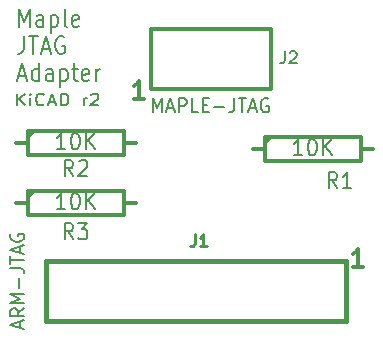
<source format=gto>
G04 (created by PCBNEW (2013-07-24 BZR 4024)-stable) date Tue 11 Feb 2014 04:10:02 PM NZDT*
%MOIN*%
G04 Gerber Fmt 3.4, Leading zero omitted, Abs format*
%FSLAX34Y34*%
G01*
G70*
G90*
G04 APERTURE LIST*
%ADD10C,0.00393701*%
%ADD11C,0.011811*%
%ADD12C,0.00708661*%
%ADD13C,0.00629921*%
%ADD14C,0.00787402*%
%ADD15C,0.012*%
%ADD16C,0.015*%
%ADD17C,0.008*%
%ADD18C,0.01*%
G04 APERTURE END LIST*
G54D10*
G54D11*
X23468Y-21039D02*
X23131Y-21039D01*
X23300Y-21039D02*
X23300Y-20448D01*
X23243Y-20532D01*
X23187Y-20589D01*
X23131Y-20617D01*
X16168Y-15439D02*
X15831Y-15439D01*
X16000Y-15439D02*
X16000Y-14848D01*
X15943Y-14932D01*
X15887Y-14989D01*
X15831Y-15017D01*
G54D12*
X16482Y-15891D02*
X16482Y-15418D01*
X16626Y-15756D01*
X16770Y-15418D01*
X16770Y-15891D01*
X16956Y-15756D02*
X17162Y-15756D01*
X16915Y-15891D02*
X17059Y-15418D01*
X17203Y-15891D01*
X17348Y-15891D02*
X17348Y-15418D01*
X17513Y-15418D01*
X17554Y-15441D01*
X17575Y-15463D01*
X17595Y-15508D01*
X17595Y-15576D01*
X17575Y-15621D01*
X17554Y-15643D01*
X17513Y-15666D01*
X17348Y-15666D01*
X17987Y-15891D02*
X17781Y-15891D01*
X17781Y-15418D01*
X18131Y-15643D02*
X18276Y-15643D01*
X18338Y-15891D02*
X18131Y-15891D01*
X18131Y-15418D01*
X18338Y-15418D01*
X18523Y-15711D02*
X18853Y-15711D01*
X19183Y-15418D02*
X19183Y-15756D01*
X19163Y-15823D01*
X19121Y-15868D01*
X19059Y-15891D01*
X19018Y-15891D01*
X19328Y-15418D02*
X19575Y-15418D01*
X19451Y-15891D02*
X19451Y-15418D01*
X19699Y-15756D02*
X19905Y-15756D01*
X19657Y-15891D02*
X19802Y-15418D01*
X19946Y-15891D01*
X20317Y-15441D02*
X20276Y-15418D01*
X20214Y-15418D01*
X20152Y-15441D01*
X20111Y-15486D01*
X20091Y-15531D01*
X20070Y-15621D01*
X20070Y-15688D01*
X20091Y-15778D01*
X20111Y-15823D01*
X20152Y-15868D01*
X20214Y-15891D01*
X20256Y-15891D01*
X20317Y-15868D01*
X20338Y-15846D01*
X20338Y-15688D01*
X20256Y-15688D01*
X12056Y-23067D02*
X12056Y-22861D01*
X12191Y-23108D02*
X11718Y-22964D01*
X12191Y-22819D01*
X12191Y-22428D02*
X11966Y-22572D01*
X12191Y-22675D02*
X11718Y-22675D01*
X11718Y-22510D01*
X11741Y-22469D01*
X11763Y-22448D01*
X11808Y-22428D01*
X11876Y-22428D01*
X11921Y-22448D01*
X11943Y-22469D01*
X11966Y-22510D01*
X11966Y-22675D01*
X12191Y-22242D02*
X11718Y-22242D01*
X12056Y-22098D01*
X11718Y-21953D01*
X12191Y-21953D01*
X12011Y-21747D02*
X12011Y-21417D01*
X11718Y-21087D02*
X12056Y-21087D01*
X12123Y-21108D01*
X12168Y-21149D01*
X12191Y-21211D01*
X12191Y-21252D01*
X11718Y-20943D02*
X11718Y-20695D01*
X12191Y-20819D02*
X11718Y-20819D01*
X12056Y-20571D02*
X12056Y-20365D01*
X12191Y-20613D02*
X11718Y-20468D01*
X12191Y-20324D01*
X11741Y-19953D02*
X11718Y-19994D01*
X11718Y-20056D01*
X11741Y-20118D01*
X11786Y-20159D01*
X11831Y-20180D01*
X11921Y-20200D01*
X11988Y-20200D01*
X12078Y-20180D01*
X12123Y-20159D01*
X12168Y-20118D01*
X12191Y-20056D01*
X12191Y-20015D01*
X12168Y-19953D01*
X12146Y-19932D01*
X11988Y-19932D01*
X11988Y-20015D01*
G54D13*
X11959Y-15659D02*
X11959Y-15265D01*
X12207Y-15659D02*
X12021Y-15434D01*
X12207Y-15265D02*
X11959Y-15490D01*
X12392Y-15659D02*
X12392Y-15396D01*
X12392Y-15265D02*
X12371Y-15284D01*
X12392Y-15303D01*
X12413Y-15284D01*
X12392Y-15265D01*
X12392Y-15303D01*
X12846Y-15621D02*
X12825Y-15640D01*
X12763Y-15659D01*
X12722Y-15659D01*
X12660Y-15640D01*
X12619Y-15603D01*
X12598Y-15565D01*
X12578Y-15490D01*
X12578Y-15434D01*
X12598Y-15359D01*
X12619Y-15321D01*
X12660Y-15284D01*
X12722Y-15265D01*
X12763Y-15265D01*
X12825Y-15284D01*
X12846Y-15303D01*
X13011Y-15546D02*
X13217Y-15546D01*
X12970Y-15659D02*
X13114Y-15265D01*
X13258Y-15659D01*
X13403Y-15659D02*
X13403Y-15265D01*
X13506Y-15265D01*
X13568Y-15284D01*
X13609Y-15321D01*
X13629Y-15359D01*
X13650Y-15434D01*
X13650Y-15490D01*
X13629Y-15565D01*
X13609Y-15603D01*
X13568Y-15640D01*
X13506Y-15659D01*
X13403Y-15659D01*
X14166Y-15659D02*
X14166Y-15396D01*
X14166Y-15471D02*
X14186Y-15434D01*
X14207Y-15415D01*
X14248Y-15396D01*
X14289Y-15396D01*
X14413Y-15303D02*
X14434Y-15284D01*
X14475Y-15265D01*
X14578Y-15265D01*
X14619Y-15284D01*
X14640Y-15303D01*
X14661Y-15340D01*
X14661Y-15378D01*
X14640Y-15434D01*
X14392Y-15659D01*
X14661Y-15659D01*
G54D14*
X12021Y-13039D02*
X12021Y-12448D01*
X12192Y-12870D01*
X12363Y-12448D01*
X12363Y-13039D01*
X12826Y-13039D02*
X12826Y-12729D01*
X12801Y-12673D01*
X12753Y-12645D01*
X12655Y-12645D01*
X12606Y-12673D01*
X12826Y-13010D02*
X12777Y-13039D01*
X12655Y-13039D01*
X12606Y-13010D01*
X12582Y-12954D01*
X12582Y-12898D01*
X12606Y-12842D01*
X12655Y-12814D01*
X12777Y-12814D01*
X12826Y-12785D01*
X13069Y-12645D02*
X13069Y-13235D01*
X13069Y-12673D02*
X13118Y-12645D01*
X13216Y-12645D01*
X13264Y-12673D01*
X13289Y-12701D01*
X13313Y-12757D01*
X13313Y-12926D01*
X13289Y-12982D01*
X13264Y-13010D01*
X13216Y-13039D01*
X13118Y-13039D01*
X13069Y-13010D01*
X13606Y-13039D02*
X13557Y-13010D01*
X13532Y-12954D01*
X13532Y-12448D01*
X13995Y-13010D02*
X13947Y-13039D01*
X13849Y-13039D01*
X13801Y-13010D01*
X13776Y-12954D01*
X13776Y-12729D01*
X13801Y-12673D01*
X13849Y-12645D01*
X13947Y-12645D01*
X13995Y-12673D01*
X14020Y-12729D01*
X14020Y-12785D01*
X13776Y-12842D01*
X12168Y-13353D02*
X12168Y-13775D01*
X12143Y-13860D01*
X12094Y-13916D01*
X12021Y-13944D01*
X11973Y-13944D01*
X12338Y-13353D02*
X12631Y-13353D01*
X12484Y-13944D02*
X12484Y-13353D01*
X12777Y-13775D02*
X13021Y-13775D01*
X12728Y-13944D02*
X12899Y-13353D01*
X13069Y-13944D01*
X13508Y-13382D02*
X13459Y-13353D01*
X13386Y-13353D01*
X13313Y-13382D01*
X13264Y-13438D01*
X13240Y-13494D01*
X13216Y-13607D01*
X13216Y-13691D01*
X13240Y-13803D01*
X13264Y-13860D01*
X13313Y-13916D01*
X13386Y-13944D01*
X13435Y-13944D01*
X13508Y-13916D01*
X13532Y-13888D01*
X13532Y-13691D01*
X13435Y-13691D01*
X11997Y-14681D02*
X12241Y-14681D01*
X11948Y-14850D02*
X12119Y-14259D01*
X12289Y-14850D01*
X12679Y-14850D02*
X12679Y-14259D01*
X12679Y-14821D02*
X12631Y-14850D01*
X12533Y-14850D01*
X12484Y-14821D01*
X12460Y-14793D01*
X12436Y-14737D01*
X12436Y-14568D01*
X12460Y-14512D01*
X12484Y-14484D01*
X12533Y-14456D01*
X12631Y-14456D01*
X12679Y-14484D01*
X13142Y-14850D02*
X13142Y-14540D01*
X13118Y-14484D01*
X13069Y-14456D01*
X12972Y-14456D01*
X12923Y-14484D01*
X13142Y-14821D02*
X13094Y-14850D01*
X12972Y-14850D01*
X12923Y-14821D01*
X12899Y-14765D01*
X12899Y-14709D01*
X12923Y-14653D01*
X12972Y-14625D01*
X13094Y-14625D01*
X13142Y-14596D01*
X13386Y-14456D02*
X13386Y-15046D01*
X13386Y-14484D02*
X13435Y-14456D01*
X13532Y-14456D01*
X13581Y-14484D01*
X13606Y-14512D01*
X13630Y-14568D01*
X13630Y-14737D01*
X13606Y-14793D01*
X13581Y-14821D01*
X13532Y-14850D01*
X13435Y-14850D01*
X13386Y-14821D01*
X13776Y-14456D02*
X13971Y-14456D01*
X13849Y-14259D02*
X13849Y-14765D01*
X13874Y-14821D01*
X13922Y-14850D01*
X13971Y-14850D01*
X14337Y-14821D02*
X14288Y-14850D01*
X14190Y-14850D01*
X14142Y-14821D01*
X14117Y-14765D01*
X14117Y-14540D01*
X14142Y-14484D01*
X14190Y-14456D01*
X14288Y-14456D01*
X14337Y-14484D01*
X14361Y-14540D01*
X14361Y-14596D01*
X14117Y-14653D01*
X14580Y-14850D02*
X14580Y-14456D01*
X14580Y-14568D02*
X14605Y-14512D01*
X14629Y-14484D01*
X14678Y-14456D01*
X14727Y-14456D01*
G54D15*
X11900Y-18900D02*
X12300Y-18900D01*
X12300Y-18900D02*
X12300Y-18500D01*
X12300Y-18500D02*
X15500Y-18500D01*
X15500Y-18500D02*
X15500Y-19300D01*
X15500Y-19300D02*
X12300Y-19300D01*
X12300Y-19300D02*
X12300Y-18900D01*
X12300Y-18700D02*
X12500Y-18500D01*
X15900Y-18900D02*
X15500Y-18900D01*
X11900Y-16900D02*
X12300Y-16900D01*
X12300Y-16900D02*
X12300Y-16500D01*
X12300Y-16500D02*
X15500Y-16500D01*
X15500Y-16500D02*
X15500Y-17300D01*
X15500Y-17300D02*
X12300Y-17300D01*
X12300Y-17300D02*
X12300Y-16900D01*
X12300Y-16700D02*
X12500Y-16500D01*
X15900Y-16900D02*
X15500Y-16900D01*
X19800Y-17100D02*
X20200Y-17100D01*
X20200Y-17100D02*
X20200Y-16700D01*
X20200Y-16700D02*
X23400Y-16700D01*
X23400Y-16700D02*
X23400Y-17500D01*
X23400Y-17500D02*
X20200Y-17500D01*
X20200Y-17500D02*
X20200Y-17100D01*
X20200Y-16900D02*
X20400Y-16700D01*
X23800Y-17100D02*
X23400Y-17100D01*
G54D16*
X22913Y-22850D02*
X22913Y-20850D01*
X22913Y-20850D02*
X12913Y-20850D01*
X12913Y-20850D02*
X12913Y-22850D01*
X12913Y-22850D02*
X22913Y-22850D01*
G54D15*
X16400Y-13100D02*
X20400Y-13100D01*
X20400Y-13100D02*
X20400Y-15100D01*
X20400Y-15100D02*
X16400Y-15100D01*
X16400Y-15100D02*
X16400Y-13100D01*
G54D17*
X13816Y-20122D02*
X13650Y-19860D01*
X13530Y-20122D02*
X13530Y-19572D01*
X13721Y-19572D01*
X13769Y-19598D01*
X13792Y-19625D01*
X13816Y-19677D01*
X13816Y-19755D01*
X13792Y-19808D01*
X13769Y-19834D01*
X13721Y-19860D01*
X13530Y-19860D01*
X13983Y-19572D02*
X14292Y-19572D01*
X14126Y-19782D01*
X14197Y-19782D01*
X14245Y-19808D01*
X14269Y-19834D01*
X14292Y-19886D01*
X14292Y-20017D01*
X14269Y-20070D01*
X14245Y-20096D01*
X14197Y-20122D01*
X14054Y-20122D01*
X14007Y-20096D01*
X13983Y-20070D01*
X13554Y-19122D02*
X13269Y-19122D01*
X13411Y-19122D02*
X13411Y-18572D01*
X13364Y-18651D01*
X13316Y-18703D01*
X13269Y-18729D01*
X13864Y-18572D02*
X13911Y-18572D01*
X13959Y-18598D01*
X13983Y-18625D01*
X14007Y-18677D01*
X14030Y-18782D01*
X14030Y-18913D01*
X14007Y-19017D01*
X13983Y-19070D01*
X13959Y-19096D01*
X13911Y-19122D01*
X13864Y-19122D01*
X13816Y-19096D01*
X13792Y-19070D01*
X13769Y-19017D01*
X13745Y-18913D01*
X13745Y-18782D01*
X13769Y-18677D01*
X13792Y-18625D01*
X13816Y-18598D01*
X13864Y-18572D01*
X14245Y-19122D02*
X14245Y-18572D01*
X14530Y-19122D02*
X14316Y-18808D01*
X14530Y-18572D02*
X14245Y-18886D01*
X13816Y-18022D02*
X13650Y-17760D01*
X13530Y-18022D02*
X13530Y-17472D01*
X13721Y-17472D01*
X13769Y-17498D01*
X13792Y-17525D01*
X13816Y-17577D01*
X13816Y-17655D01*
X13792Y-17708D01*
X13769Y-17734D01*
X13721Y-17760D01*
X13530Y-17760D01*
X14007Y-17525D02*
X14030Y-17498D01*
X14078Y-17472D01*
X14197Y-17472D01*
X14245Y-17498D01*
X14269Y-17525D01*
X14292Y-17577D01*
X14292Y-17629D01*
X14269Y-17708D01*
X13983Y-18022D01*
X14292Y-18022D01*
X13554Y-17122D02*
X13269Y-17122D01*
X13411Y-17122D02*
X13411Y-16572D01*
X13364Y-16651D01*
X13316Y-16703D01*
X13269Y-16729D01*
X13864Y-16572D02*
X13911Y-16572D01*
X13959Y-16598D01*
X13983Y-16625D01*
X14007Y-16677D01*
X14030Y-16782D01*
X14030Y-16913D01*
X14007Y-17017D01*
X13983Y-17070D01*
X13959Y-17096D01*
X13911Y-17122D01*
X13864Y-17122D01*
X13816Y-17096D01*
X13792Y-17070D01*
X13769Y-17017D01*
X13745Y-16913D01*
X13745Y-16782D01*
X13769Y-16677D01*
X13792Y-16625D01*
X13816Y-16598D01*
X13864Y-16572D01*
X14245Y-17122D02*
X14245Y-16572D01*
X14530Y-17122D02*
X14316Y-16808D01*
X14530Y-16572D02*
X14245Y-16886D01*
X22616Y-18422D02*
X22450Y-18160D01*
X22330Y-18422D02*
X22330Y-17872D01*
X22521Y-17872D01*
X22569Y-17898D01*
X22592Y-17925D01*
X22616Y-17977D01*
X22616Y-18055D01*
X22592Y-18108D01*
X22569Y-18134D01*
X22521Y-18160D01*
X22330Y-18160D01*
X23092Y-18422D02*
X22807Y-18422D01*
X22950Y-18422D02*
X22950Y-17872D01*
X22902Y-17951D01*
X22854Y-18003D01*
X22807Y-18029D01*
X21454Y-17322D02*
X21169Y-17322D01*
X21311Y-17322D02*
X21311Y-16772D01*
X21264Y-16851D01*
X21216Y-16903D01*
X21169Y-16929D01*
X21764Y-16772D02*
X21811Y-16772D01*
X21859Y-16798D01*
X21883Y-16825D01*
X21907Y-16877D01*
X21930Y-16982D01*
X21930Y-17113D01*
X21907Y-17217D01*
X21883Y-17270D01*
X21859Y-17296D01*
X21811Y-17322D01*
X21764Y-17322D01*
X21716Y-17296D01*
X21692Y-17270D01*
X21669Y-17217D01*
X21645Y-17113D01*
X21645Y-16982D01*
X21669Y-16877D01*
X21692Y-16825D01*
X21716Y-16798D01*
X21764Y-16772D01*
X22145Y-17322D02*
X22145Y-16772D01*
X22430Y-17322D02*
X22216Y-17008D01*
X22430Y-16772D02*
X22145Y-17086D01*
G54D18*
X17866Y-19961D02*
X17866Y-20247D01*
X17847Y-20304D01*
X17809Y-20342D01*
X17752Y-20361D01*
X17714Y-20361D01*
X18266Y-20361D02*
X18038Y-20361D01*
X18152Y-20361D02*
X18152Y-19961D01*
X18114Y-20019D01*
X18076Y-20057D01*
X18038Y-20076D01*
G54D17*
X20866Y-13861D02*
X20866Y-14147D01*
X20847Y-14204D01*
X20809Y-14242D01*
X20752Y-14261D01*
X20714Y-14261D01*
X21038Y-13900D02*
X21057Y-13880D01*
X21095Y-13861D01*
X21190Y-13861D01*
X21228Y-13880D01*
X21247Y-13900D01*
X21266Y-13938D01*
X21266Y-13976D01*
X21247Y-14033D01*
X21019Y-14261D01*
X21266Y-14261D01*
M02*

</source>
